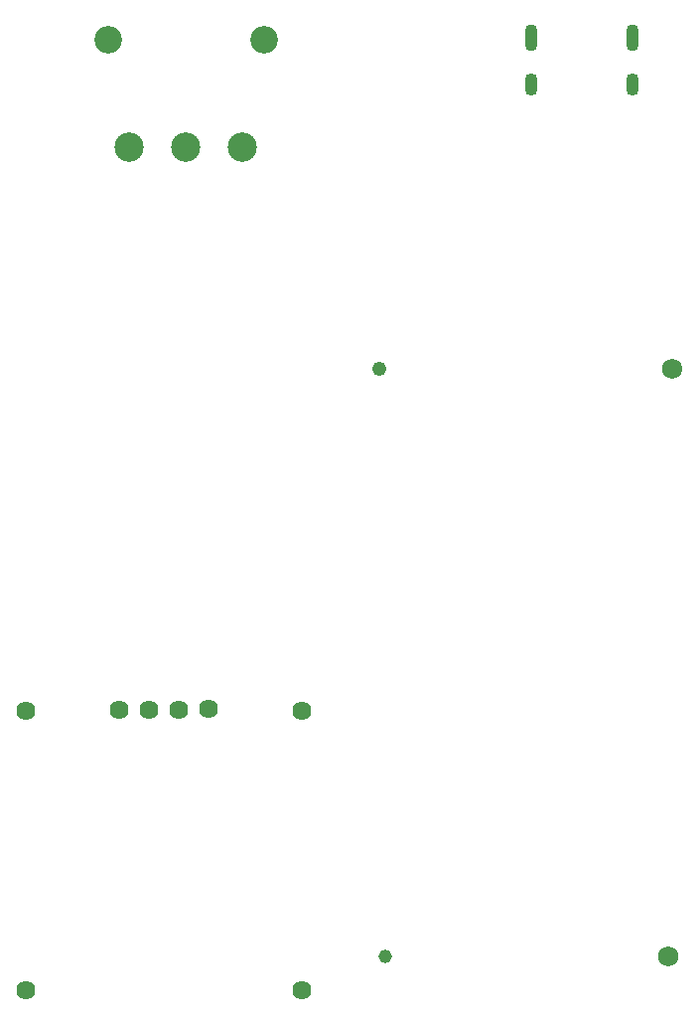
<source format=gbs>
G04*
G04 #@! TF.GenerationSoftware,Altium Limited,Altium Designer,22.0.2 (36)*
G04*
G04 Layer_Color=16711935*
%FSLAX25Y25*%
%MOIN*%
G70*
G04*
G04 #@! TF.SameCoordinates,193994FF-6EAD-4761-9CDB-36F61985EFD9*
G04*
G04*
G04 #@! TF.FilePolarity,Negative*
G04*
G01*
G75*
%ADD45C,0.06795*%
%ADD46C,0.04795*%
%ADD47C,0.06394*%
%ADD48C,0.09843*%
%ADD49C,0.09252*%
%ADD50C,0.04528*%
%ADD51C,0.06902*%
%ADD52O,0.04331X0.09055*%
%ADD53O,0.04331X0.07480*%
D45*
X236061Y229742D02*
D03*
D46*
X137636Y229742D02*
D03*
D47*
X111700Y21400D02*
D03*
X19180D02*
D03*
X111700Y115101D02*
D03*
X19180D02*
D03*
X80440Y115707D02*
D03*
X70440Y115495D02*
D03*
X60440D02*
D03*
X50440D02*
D03*
D48*
X53861Y303893D02*
D03*
X72759D02*
D03*
X91656D02*
D03*
D49*
X46578Y340114D02*
D03*
X98940D02*
D03*
D50*
X139617Y32539D02*
D03*
D51*
X234893D02*
D03*
D52*
X188745Y340629D02*
D03*
X222761D02*
D03*
D53*
X222761Y324881D02*
D03*
X188745D02*
D03*
M02*

</source>
